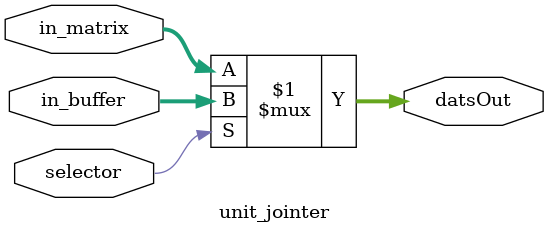
<source format=v>
/******************************
made 2019/1/24 powered harumaki
module name: unit_jointer
this is matrix unit joint. 
    So select input datas.(matrix unit output or buffer)
*******************************/

module unit_jointer (selector, in_buffer, in_matrix, datsOut);
    input selector;
    input[1023:0] in_buffer;
    input[1023:0] in_matrix;
    output[1023:0] datsOut;
    
    assign datsOut = selector ? in_buffer : in_matrix;
    //selector 1: input for buffer
    //selector 0: input for matrix
endmodule
</source>
